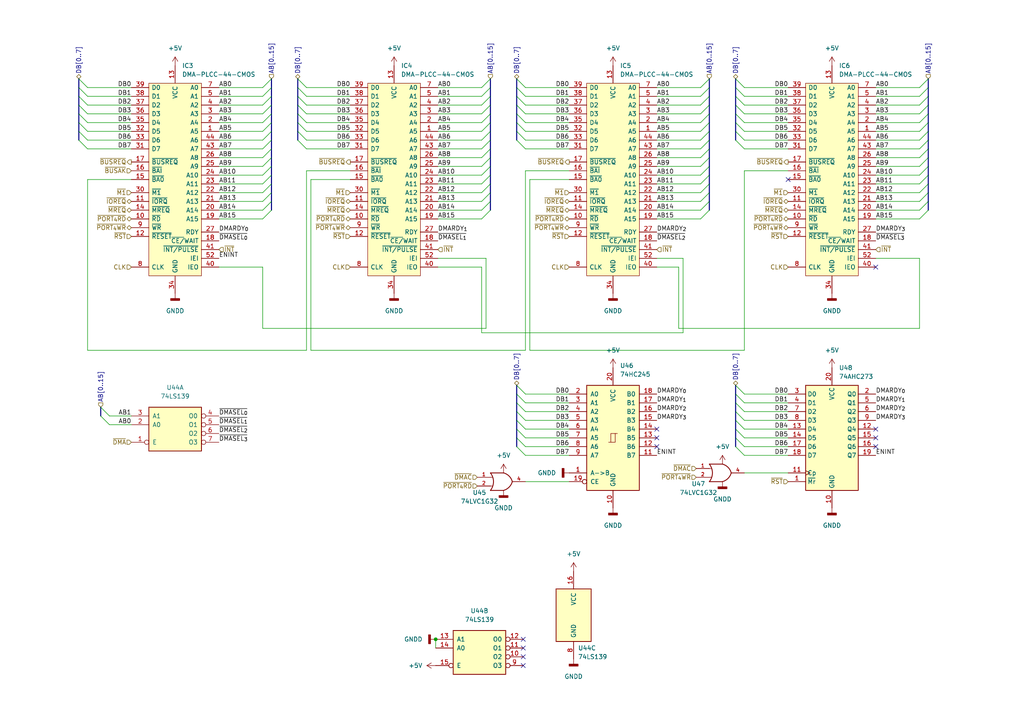
<source format=kicad_sch>
(kicad_sch (version 20211123) (generator eeschema)
  (paper "A4")
  (title_block (title "Z80 CPU INTERPOSER DMA AND DMA CONTROL") (date "2022-10-21") (rev "1030211022") (company "LISTOFOPTIONS"))
  (lib_symbols
    (symbol "74xGxx:74LVC1G32" (pin_names (offset 1.016))
      (property "Reference" "U" (at -2.54 3.81 0))
      (property "Value" "74LVC1G32" (at 0 -3.81 0))
      (symbol "74LVC1G32_0_1"
        (arc (start -3.81 -2.54) (mid -2.919 0) (end -3.81 2.54) (stroke (width 0.254)))
        (arc (start 0 -2.54) (mid 1.5993 -1.6027) (end 2.54 0) (stroke (width 0.254)))
        (polyline (pts (xy -3.81 -1.27) (xy -3.175 -1.27)))
        (polyline (pts (xy -3.81 1.27) (xy -3.175 1.27)))
        (polyline (pts (xy 0 -2.54) (xy -3.81 -2.54)) (stroke (width 0.254)) (fill (type background)))
        (polyline (pts (xy 0 2.54) (xy -3.81 2.54)) (stroke (width 0.254)) (fill (type background)))
        (arc (start 2.54 0) (mid 1.6119 1.6152) (end 0 2.54) (stroke (width 0.254)))
      )
      (symbol "74LVC1G32_1_1"
        (pin input line (at -7.62 1.27 0) (length 3.81) (name "~") (number "1"))
        (pin input line (at -7.62 -1.27 0) (length 3.81) (name "~") (number "2"))
        (pin power_in line (at 0 -2.54 270) (length 0) hide (name "GND") (number "3"))
        (pin output line (at 6.35 0 180) (length 3.81) (name "~") (number "4"))
        (pin power_in line (at 0 2.54 90) (length 0) hide (name "VCC") (number "5"))
      )
    )
    (symbol "74xx:74AHC273"
      (property "Reference" "U" (at -7.62 16.51 0))
      (property "Value" "74AHC273" (at -7.62 -16.51 0))
      (symbol "74AHC273_1_0"
        (pin input line (at -12.7 -12.7 0) (length 5.08) (name "~{Mr}") (number "1"))
        (pin power_in line (at 0 -20.32 90) (length 5.08) (name "GND") (number "10"))
        (pin input clock (at -12.7 -10.16 0) (length 5.08) (name "Cp") (number "11"))
        (pin output line (at 12.7 2.54 180) (length 5.08) (name "Q4") (number "12"))
        (pin input line (at -12.7 2.54 0) (length 5.08) (name "D4") (number "13"))
        (pin input line (at -12.7 0 0) (length 5.08) (name "D5") (number "14"))
        (pin output line (at 12.7 0 180) (length 5.08) (name "Q5") (number "15"))
        (pin output line (at 12.7 -2.54 180) (length 5.08) (name "Q6") (number "16"))
        (pin input line (at -12.7 -2.54 0) (length 5.08) (name "D6") (number "17"))
        (pin input line (at -12.7 -5.08 0) (length 5.08) (name "D7") (number "18"))
        (pin output line (at 12.7 -5.08 180) (length 5.08) (name "Q7") (number "19"))
        (pin output line (at 12.7 12.7 180) (length 5.08) (name "Q0") (number "2"))
        (pin power_in line (at 0 20.32 270) (length 5.08) (name "VCC") (number "20"))
        (pin input line (at -12.7 12.7 0) (length 5.08) (name "D0") (number "3"))
        (pin input line (at -12.7 10.16 0) (length 5.08) (name "D1") (number "4"))
        (pin output line (at 12.7 10.16 180) (length 5.08) (name "Q1") (number "5"))
        (pin output line (at 12.7 7.62 180) (length 5.08) (name "Q2") (number "6"))
        (pin input line (at -12.7 7.62 0) (length 5.08) (name "D2") (number "7"))
        (pin input line (at -12.7 5.08 0) (length 5.08) (name "D3") (number "8"))
        (pin output line (at 12.7 5.08 180) (length 5.08) (name "Q3") (number "9"))
      )
      (symbol "74AHC273_1_1"
        (rectangle (start -7.62 15.24) (end 7.62 -15.24) (stroke (width 0.254)) (fill (type background)))
      )
    )
    (symbol "74xx:74HC245" (pin_names (offset 1.016))
      (property "Reference" "U" (at -7.62 16.51 0))
      (property "Value" "74HC245" (at -7.62 -16.51 0))
      (symbol "74HC245_1_0"
        (polyline (pts (xy -0.635 -1.27) (xy -0.635 1.27) (xy 0.635 1.27)))
        (polyline (pts (xy -1.27 -1.27) (xy 0.635 -1.27) (xy 0.635 1.27) (xy 1.27 1.27)))
        (pin input line (at -12.7 -10.16 0) (length 5.08) (name "A->B") (number "1"))
        (pin power_in line (at 0 -20.32 90) (length 5.08) (name "GND") (number "10"))
        (pin tri_state line (at 12.7 -5.08 180) (length 5.08) (name "B7") (number "11"))
        (pin tri_state line (at 12.7 -2.54 180) (length 5.08) (name "B6") (number "12"))
        (pin tri_state line (at 12.7 0 180) (length 5.08) (name "B5") (number "13"))
        (pin tri_state line (at 12.7 2.54 180) (length 5.08) (name "B4") (number "14"))
        (pin tri_state line (at 12.7 5.08 180) (length 5.08) (name "B3") (number "15"))
        (pin tri_state line (at 12.7 7.62 180) (length 5.08) (name "B2") (number "16"))
        (pin tri_state line (at 12.7 10.16 180) (length 5.08) (name "B1") (number "17"))
        (pin tri_state line (at 12.7 12.7 180) (length 5.08) (name "B0") (number "18"))
        (pin input inverted (at -12.7 -12.7 0) (length 5.08) (name "CE") (number "19"))
        (pin tri_state line (at -12.7 12.7 0) (length 5.08) (name "A0") (number "2"))
        (pin power_in line (at 0 20.32 270) (length 5.08) (name "VCC") (number "20"))
        (pin tri_state line (at -12.7 10.16 0) (length 5.08) (name "A1") (number "3"))
        (pin tri_state line (at -12.7 7.62 0) (length 5.08) (name "A2") (number "4"))
        (pin tri_state line (at -12.7 5.08 0) (length 5.08) (name "A3") (number "5"))
        (pin tri_state line (at -12.7 2.54 0) (length 5.08) (name "A4") (number "6"))
        (pin tri_state line (at -12.7 0 0) (length 5.08) (name "A5") (number "7"))
        (pin tri_state line (at -12.7 -2.54 0) (length 5.08) (name "A6") (number "8"))
        (pin tri_state line (at -12.7 -5.08 0) (length 5.08) (name "A7") (number "9"))
      )
      (symbol "74HC245_1_1"
        (rectangle (start -7.62 15.24) (end 7.62 -15.24) (stroke (width 0.254)) (fill (type background)))
      )
    )
    (symbol "74xx:74LS139" (pin_names (offset 1.016))
      (property "Reference" "U" (at -7.62 8.89 0))
      (property "Value" "74LS139" (at -7.62 -8.89 0))
      (symbol "74LS139_1_0"
        (pin input inverted (at -12.7 -5.08 0) (length 5.08) (name "E") (number "1"))
        (pin input line (at -12.7 0 0) (length 5.08) (name "A0") (number "2"))
        (pin input line (at -12.7 2.54 0) (length 5.08) (name "A1") (number "3"))
        (pin output inverted (at 12.7 2.54 180) (length 5.08) (name "O0") (number "4"))
        (pin output inverted (at 12.7 0 180) (length 5.08) (name "O1") (number "5"))
        (pin output inverted (at 12.7 -2.54 180) (length 5.08) (name "O2") (number "6"))
        (pin output inverted (at 12.7 -5.08 180) (length 5.08) (name "O3") (number "7"))
      )
      (symbol "74LS139_1_1"
        (rectangle (start -7.62 5.08) (end 7.62 -7.62) (stroke (width 0.254)) (fill (type background)))
      )
      (symbol "74LS139_2_0"
        (pin output inverted (at 12.7 -2.54 180) (length 5.08) (name "O2") (number "10"))
        (pin output inverted (at 12.7 0 180) (length 5.08) (name "O1") (number "11"))
        (pin output inverted (at 12.7 2.54 180) (length 5.08) (name "O0") (number "12"))
        (pin input line (at -12.7 2.54 0) (length 5.08) (name "A1") (number "13"))
        (pin input line (at -12.7 0 0) (length 5.08) (name "A0") (number "14"))
        (pin input inverted (at -12.7 -5.08 0) (length 5.08) (name "E") (number "15"))
        (pin output inverted (at 12.7 -5.08 180) (length 5.08) (name "O3") (number "9"))
      )
      (symbol "74LS139_2_1"
        (rectangle (start -7.62 5.08) (end 7.62 -7.62) (stroke (width 0.254)) (fill (type background)))
      )
      (symbol "74LS139_3_0"
        (pin power_in line (at 0 12.7 270) (length 5.08) (name "VCC") (number "16"))
        (pin power_in line (at 0 -12.7 90) (length 5.08) (name "GND") (number "8"))
      )
      (symbol "74LS139_3_1"
        (rectangle (start -5.08 7.62) (end 5.08 -7.62) (stroke (width 0.254)) (fill (type background)))
      )
    )
    (symbol "Zilog_Z80_Peripherals:DMA-PLCC-44-CMOS" (pin_names (offset 0.762))
      (property "Reference" "IC" (at 0 1.27 0))
      (property "Value" "DMA-PLCC-44-CMOS" (at 8.89 1.27 0))
      (symbol "DMA-PLCC-44-CMOS_0_0"
        (pin input line (at -5.08 -44.45 0) (length 5.08) (name "~{RESET}") (number "12"))
        (pin no_connect line (at 7.62 -53.34 0) (length 2.54) hide (name "NC") (number "28"))
        (pin no_connect line (at 7.62 -50.8 0) (length 2.54) hide (name "NC") (number "29"))
      )
      (symbol "DMA-PLCC-44-CMOS_1_1"
        (rectangle (start 0 0) (end 15.24 -55.88) (fill (type background)))
        (pin output line (at 20.32 -13.97 180) (length 5.08) (name "A5") (number "1"))
        (pin bidirectional line (at -5.08 -39.37 0) (length 5.08) (name "~{RD}") (number "10"))
        (pin bidirectional line (at -5.08 -34.29 0) (length 5.08) (name "~{IORQ}") (number "11"))
        (pin power_in line (at 7.62 5.08 270) (length 5.08) (name "VCC") (number "13"))
        (pin bidirectional line (at -5.08 -36.83 0) (length 5.08) (name "~{MREQ}") (number "14"))
        (pin output line (at -5.08 -27.94 0) (length 5.08) (name "~{BA0}") (number "15"))
        (pin input line (at -5.08 -25.4 0) (length 5.08) (name "~{BAI}") (number "16"))
        (pin bidirectional line (at -5.08 -22.86 0) (length 5.08) (name "~{BUSREQ}") (number "17"))
        (pin input line (at 20.32 -45.72 180) (length 5.08) (name "~{CE/}WAIT") (number "18"))
        (pin output line (at 20.32 -39.37 180) (length 5.08) (name "A15") (number "19"))
        (pin output line (at 20.32 -11.43 180) (length 5.08) (name "A4") (number "2"))
        (pin output line (at 20.32 -36.83 180) (length 5.08) (name "A14") (number "20"))
        (pin output line (at 20.32 -34.29 180) (length 5.08) (name "A13") (number "21"))
        (pin output line (at 20.32 -31.75 180) (length 5.08) (name "A12") (number "22"))
        (pin output line (at 20.32 -29.21 180) (length 5.08) (name "A11") (number "23"))
        (pin output line (at 20.32 -26.67 180) (length 5.08) (name "A10") (number "24"))
        (pin output line (at 20.32 -24.13 180) (length 5.08) (name "A9") (number "25"))
        (pin output line (at 20.32 -21.59 180) (length 5.08) (name "A8") (number "26"))
        (pin input line (at 20.32 -43.18 180) (length 5.08) (name "RDY") (number "27"))
        (pin output line (at 20.32 -8.89 180) (length 5.08) (name "A3") (number "3"))
        (pin input line (at -5.08 -31.75 0) (length 5.08) (name "~{M1}") (number "30"))
        (pin bidirectional line (at -5.08 -19.05 0) (length 5.08) (name "D7") (number "31"))
        (pin bidirectional line (at -5.08 -13.97 0) (length 5.08) (name "D5") (number "32"))
        (pin bidirectional line (at -5.08 -16.51 0) (length 5.08) (name "D6") (number "33"))
        (pin power_in line (at 7.62 -60.96 90) (length 5.08) (name "GND") (number "34"))
        (pin bidirectional line (at -5.08 -11.43 0) (length 5.08) (name "D4") (number "35"))
        (pin bidirectional line (at -5.08 -8.89 0) (length 5.08) (name "D3") (number "36"))
        (pin bidirectional line (at -5.08 -6.35 0) (length 5.08) (name "D2") (number "37"))
        (pin bidirectional line (at -5.08 -3.81 0) (length 5.08) (name "D1") (number "38"))
        (pin bidirectional line (at -5.08 -1.27 0) (length 5.08) (name "D0") (number "39"))
        (pin output line (at 20.32 -6.35 180) (length 5.08) (name "A2") (number "4"))
        (pin output line (at 20.32 -53.34 180) (length 5.08) (name "IEO") (number "40"))
        (pin output line (at 20.32 -48.26 180) (length 5.08) (name "~{INT/PULSE}") (number "41"))
        (pin output line (at 20.32 -19.05 180) (length 5.08) (name "A7") (number "43"))
        (pin output line (at 20.32 -16.51 180) (length 5.08) (name "A6") (number "44"))
        (pin output line (at 20.32 -3.81 180) (length 5.08) (name "A1") (number "5"))
        (pin input line (at 20.32 -50.8 180) (length 5.08) (name "IEI") (number "52"))
        (pin output line (at 20.32 -1.27 180) (length 5.08) (name "A0") (number "7"))
        (pin input line (at -5.08 -53.34 0) (length 5.08) (name "CLK") (number "8"))
        (pin bidirectional line (at -5.08 -41.91 0) (length 5.08) (name "~{WR}") (number "9"))
      )
    )
    (symbol "power:+5V" (power) (pin_names (offset 0))
      (property "Value" "+5V" (at 0 3.556 0))
      (symbol "+5V_0_1"
        (polyline (pts (xy -0.762 1.27) (xy 0 2.54)))
        (polyline (pts (xy 0 0) (xy 0 2.54)))
        (polyline (pts (xy 0 2.54) (xy 0.762 1.27)))
      )
      (symbol "+5V_1_1"
        (pin power_in line (at 0 0 90) (length 0) hide (name "+5V") (number "1"))
      )
    )
    (symbol "power:GNDD" (power) (pin_names (offset 0))
      (property "Value" "GNDD" (at 0 -3.175 0))
      (symbol "GNDD_0_1"
        (rectangle (start -1.27 -1.524) (end 1.27 -2.032) (stroke (width 0.254)) (fill (type outline)))
        (polyline (pts (xy 0 0) (xy 0 -1.524)))
      )
      (symbol "GNDD_1_1"
        (pin power_in line (at 0 0 270) (length 0) hide (name "GNDD") (number "1"))
      )
    )
  )
  (junction (at 126.365 185.42))
  (no_connect (at 228.6 52.07))
  (no_connect (at 190.5 124.46))
  (no_connect (at 151.765 190.5))
  (no_connect (at 151.765 185.42))
  (no_connect (at 151.765 193.04))
  (no_connect (at 151.765 187.96))
  (no_connect (at 254 127))
  (no_connect (at 254 124.46))
  (no_connect (at 254 129.54))
  (no_connect (at 254 77.47))
  (no_connect (at 190.5 129.54))
  (no_connect (at 190.5 127))
  (bus_entry (at 78.74 33.02) (size -2.54 2.54))
  (bus_entry (at 142.24 38.1) (size -2.54 2.54))
  (bus_entry (at 142.24 33.02) (size -2.54 2.54))
  (bus_entry (at 213.36 114.3) (size 2.54 2.54))
  (bus_entry (at 78.74 27.94) (size -2.54 2.54))
  (bus_entry (at 22.86 30.48) (size 2.54 2.54))
  (bus_entry (at 149.86 121.92) (size 2.54 2.54))
  (bus_entry (at 213.36 111.76) (size 2.54 2.54))
  (bus_entry (at 142.24 25.4) (size -2.54 2.54))
  (bus_entry (at 269.24 25.4) (size -2.54 2.54))
  (bus_entry (at 149.86 124.46) (size 2.54 2.54))
  (bus_entry (at 149.86 40.64) (size 2.54 2.54))
  (bus_entry (at 142.24 60.96) (size -2.54 2.54))
  (bus_entry (at 205.74 30.48) (size -2.54 2.54))
  (bus_entry (at 29.21 118.11) (size 2.54 2.54))
  (bus_entry (at 22.86 38.1) (size 2.54 2.54))
  (bus_entry (at 86.36 40.64) (size 2.54 2.54))
  (bus_entry (at 149.86 114.3) (size 2.54 2.54))
  (bus_entry (at 205.74 50.8) (size -2.54 2.54))
  (bus_entry (at 269.24 53.34) (size -2.54 2.54))
  (bus_entry (at 213.36 127) (size 2.54 2.54))
  (bus_entry (at 142.24 58.42) (size -2.54 2.54))
  (bus_entry (at 213.36 33.02) (size 2.54 2.54))
  (bus_entry (at 213.36 124.46) (size 2.54 2.54))
  (bus_entry (at 149.86 35.56) (size 2.54 2.54))
  (bus_entry (at 86.36 35.56) (size 2.54 2.54))
  (bus_entry (at 78.74 55.88) (size -2.54 2.54))
  (bus_entry (at 149.86 38.1) (size 2.54 2.54))
  (bus_entry (at 86.36 22.86) (size 2.54 2.54))
  (bus_entry (at 149.86 129.54) (size 2.54 2.54))
  (bus_entry (at 78.74 45.72) (size -2.54 2.54))
  (bus_entry (at 78.74 35.56) (size -2.54 2.54))
  (bus_entry (at 86.36 33.02) (size 2.54 2.54))
  (bus_entry (at 269.24 33.02) (size -2.54 2.54))
  (bus_entry (at 269.24 60.96) (size -2.54 2.54))
  (bus_entry (at 205.74 40.64) (size -2.54 2.54))
  (bus_entry (at 205.74 60.96) (size -2.54 2.54))
  (bus_entry (at 78.74 22.86) (size -2.54 2.54))
  (bus_entry (at 205.74 38.1) (size -2.54 2.54))
  (bus_entry (at 149.86 116.84) (size 2.54 2.54))
  (bus_entry (at 149.86 119.38) (size 2.54 2.54))
  (bus_entry (at 78.74 43.18) (size -2.54 2.54))
  (bus_entry (at 142.24 40.64) (size -2.54 2.54))
  (bus_entry (at 269.24 58.42) (size -2.54 2.54))
  (bus_entry (at 78.74 40.64) (size -2.54 2.54))
  (bus_entry (at 269.24 50.8) (size -2.54 2.54))
  (bus_entry (at 22.86 35.56) (size 2.54 2.54))
  (bus_entry (at 22.86 40.64) (size 2.54 2.54))
  (bus_entry (at 269.24 45.72) (size -2.54 2.54))
  (bus_entry (at 78.74 38.1) (size -2.54 2.54))
  (bus_entry (at 269.24 38.1) (size -2.54 2.54))
  (bus_entry (at 269.24 22.86) (size -2.54 2.54))
  (bus_entry (at 205.74 35.56) (size -2.54 2.54))
  (bus_entry (at 205.74 58.42) (size -2.54 2.54))
  (bus_entry (at 213.36 119.38) (size 2.54 2.54))
  (bus_entry (at 142.24 50.8) (size -2.54 2.54))
  (bus_entry (at 142.24 30.48) (size -2.54 2.54))
  (bus_entry (at 213.36 121.92) (size 2.54 2.54))
  (bus_entry (at 86.36 30.48) (size 2.54 2.54))
  (bus_entry (at 86.36 27.94) (size 2.54 2.54))
  (bus_entry (at 78.74 30.48) (size -2.54 2.54))
  (bus_entry (at 149.86 111.76) (size 2.54 2.54))
  (bus_entry (at 213.36 35.56) (size 2.54 2.54))
  (bus_entry (at 213.36 116.84) (size 2.54 2.54))
  (bus_entry (at 269.24 30.48) (size -2.54 2.54))
  (bus_entry (at 213.36 40.64) (size 2.54 2.54))
  (bus_entry (at 205.74 27.94) (size -2.54 2.54))
  (bus_entry (at 142.24 35.56) (size -2.54 2.54))
  (bus_entry (at 269.24 40.64) (size -2.54 2.54))
  (bus_entry (at 22.86 22.86) (size 2.54 2.54))
  (bus_entry (at 78.74 25.4) (size -2.54 2.54))
  (bus_entry (at 213.36 25.4) (size 2.54 2.54))
  (bus_entry (at 142.24 43.18) (size -2.54 2.54))
  (bus_entry (at 205.74 55.88) (size -2.54 2.54))
  (bus_entry (at 22.86 25.4) (size 2.54 2.54))
  (bus_entry (at 269.24 48.26) (size -2.54 2.54))
  (bus_entry (at 205.74 48.26) (size -2.54 2.54))
  (bus_entry (at 149.86 22.86) (size 2.54 2.54))
  (bus_entry (at 142.24 48.26) (size -2.54 2.54))
  (bus_entry (at 213.36 27.94) (size 2.54 2.54))
  (bus_entry (at 29.21 120.65) (size 2.54 2.54))
  (bus_entry (at 213.36 38.1) (size 2.54 2.54))
  (bus_entry (at 78.74 50.8) (size -2.54 2.54))
  (bus_entry (at 149.86 27.94) (size 2.54 2.54))
  (bus_entry (at 213.36 129.54) (size 2.54 2.54))
  (bus_entry (at 149.86 33.02) (size 2.54 2.54))
  (bus_entry (at 205.74 22.86) (size -2.54 2.54))
  (bus_entry (at 205.74 45.72) (size -2.54 2.54))
  (bus_entry (at 205.74 43.18) (size -2.54 2.54))
  (bus_entry (at 269.24 27.94) (size -2.54 2.54))
  (bus_entry (at 205.74 53.34) (size -2.54 2.54))
  (bus_entry (at 78.74 53.34) (size -2.54 2.54))
  (bus_entry (at 269.24 43.18) (size -2.54 2.54))
  (bus_entry (at 22.86 27.94) (size 2.54 2.54))
  (bus_entry (at 78.74 48.26) (size -2.54 2.54))
  (bus_entry (at 142.24 45.72) (size -2.54 2.54))
  (bus_entry (at 213.36 30.48) (size 2.54 2.54))
  (bus_entry (at 142.24 53.34) (size -2.54 2.54))
  (bus_entry (at 269.24 55.88) (size -2.54 2.54))
  (bus_entry (at 142.24 55.88) (size -2.54 2.54))
  (bus_entry (at 86.36 38.1) (size 2.54 2.54))
  (bus_entry (at 213.36 22.86) (size 2.54 2.54))
  (bus_entry (at 149.86 127) (size 2.54 2.54))
  (bus_entry (at 269.24 35.56) (size -2.54 2.54))
  (bus_entry (at 149.86 30.48) (size 2.54 2.54))
  (bus_entry (at 142.24 22.86) (size -2.54 2.54))
  (bus_entry (at 142.24 27.94) (size -2.54 2.54))
  (bus_entry (at 22.86 33.02) (size 2.54 2.54))
  (bus_entry (at 205.74 33.02) (size -2.54 2.54))
  (bus_entry (at 149.86 25.4) (size 2.54 2.54))
  (bus_entry (at 86.36 25.4) (size 2.54 2.54))
  (bus_entry (at 78.74 58.42) (size -2.54 2.54))
  (bus_entry (at 78.74 60.96) (size -2.54 2.54))
  (bus_entry (at 205.74 25.4) (size -2.54 2.54))
  (bus (pts (xy 205.74 43.18) (xy 205.74 45.72)))
  (bus (pts (xy 86.36 22.86) (xy 86.36 25.4)))
  (bus (pts (xy 78.74 35.56) (xy 78.74 38.1)))
  (wire (pts (xy 25.4 27.94) (xy 38.1 27.94)))
  (wire (pts (xy 88.9 101.6) (xy 88.9 49.53)))
  (wire (pts (xy 215.9 38.1) (xy 228.6 38.1)))
  (bus (pts (xy 22.86 35.56) (xy 22.86 38.1)))
  (wire (pts (xy 152.4 27.94) (xy 165.1 27.94)))
  (bus (pts (xy 86.36 25.4) (xy 86.36 27.94)))
  (bus (pts (xy 269.24 30.48) (xy 269.24 33.02)))
  (bus (pts (xy 205.74 33.02) (xy 205.74 35.56)))
  (wire (pts (xy 203.2 58.42) (xy 190.5 58.42)))
  (bus (pts (xy 213.36 22.86) (xy 213.36 25.4)))
  (bus (pts (xy 205.74 55.88) (xy 205.74 58.42)))
  (bus (pts (xy 149.86 27.94) (xy 149.86 30.48)))
  (bus (pts (xy 269.24 40.64) (xy 269.24 43.18)))
  (bus (pts (xy 149.86 22.86) (xy 149.86 25.4)))
  (bus (pts (xy 142.24 38.1) (xy 142.24 40.64)))
  (wire (pts (xy 203.2 35.56) (xy 190.5 35.56)))
  (bus (pts (xy 86.36 30.48) (xy 86.36 33.02)))
  (wire (pts (xy 25.4 43.18) (xy 38.1 43.18)))
  (wire (pts (xy 266.7 58.42) (xy 254 58.42)))
  (wire (pts (xy 76.2 55.88) (xy 63.5 55.88)))
  (wire (pts (xy 215.9 116.84) (xy 228.6 116.84)))
  (wire (pts (xy 139.7 63.5) (xy 127 63.5)))
  (wire (pts (xy 215.9 129.54) (xy 228.6 129.54)))
  (bus (pts (xy 213.36 121.92) (xy 213.36 124.46)))
  (wire (pts (xy 266.7 74.93) (xy 254 74.93)))
  (bus (pts (xy 78.74 45.72) (xy 78.74 48.26)))
  (bus (pts (xy 142.24 30.48) (xy 142.24 33.02)))
  (bus (pts (xy 22.86 22.86) (xy 22.86 25.4)))
  (bus (pts (xy 142.24 45.72) (xy 142.24 48.26)))
  (bus (pts (xy 78.74 30.48) (xy 78.74 33.02)))
  (wire (pts (xy 203.2 50.8) (xy 190.5 50.8)))
  (wire (pts (xy 215.9 35.56) (xy 228.6 35.56)))
  (bus (pts (xy 213.36 30.48) (xy 213.36 33.02)))
  (wire (pts (xy 140.97 95.25) (xy 140.97 74.93)))
  (wire (pts (xy 31.75 120.65) (xy 38.1 120.65)))
  (wire (pts (xy 215.9 30.48) (xy 228.6 30.48)))
  (bus (pts (xy 205.74 48.26) (xy 205.74 50.8)))
  (bus (pts (xy 269.24 22.86) (xy 269.24 25.4)))
  (bus (pts (xy 269.24 33.02) (xy 269.24 35.56)))
  (wire (pts (xy 76.2 48.26) (xy 63.5 48.26)))
  (wire (pts (xy 139.7 25.4) (xy 127 25.4)))
  (wire (pts (xy 215.9 27.94) (xy 228.6 27.94)))
  (wire (pts (xy 90.17 101.6) (xy 152.4 101.6)))
  (bus (pts (xy 269.24 27.94) (xy 269.24 30.48)))
  (wire (pts (xy 139.7 30.48) (xy 127 30.48)))
  (wire (pts (xy 25.4 33.02) (xy 38.1 33.02)))
  (bus (pts (xy 205.74 27.94) (xy 205.74 30.48)))
  (bus (pts (xy 149.86 35.56) (xy 149.86 38.1)))
  (bus (pts (xy 269.24 53.34) (xy 269.24 55.88)))
  (wire (pts (xy 203.2 45.72) (xy 190.5 45.72)))
  (wire (pts (xy 215.9 101.6) (xy 215.9 49.53)))
  (wire (pts (xy 203.2 33.02) (xy 190.5 33.02)))
  (bus (pts (xy 86.36 27.94) (xy 86.36 30.48)))
  (wire (pts (xy 31.75 123.19) (xy 38.1 123.19)))
  (wire (pts (xy 203.2 30.48) (xy 190.5 30.48)))
  (wire (pts (xy 139.7 48.26) (xy 127 48.26)))
  (bus (pts (xy 78.74 53.34) (xy 78.74 55.88)))
  (bus (pts (xy 22.86 33.02) (xy 22.86 35.56)))
  (bus (pts (xy 22.86 38.1) (xy 22.86 40.64)))
  (wire (pts (xy 76.2 38.1) (xy 63.5 38.1)))
  (bus (pts (xy 213.36 116.84) (xy 213.36 119.38)))
  (bus (pts (xy 78.74 25.4) (xy 78.74 27.94)))
  (bus (pts (xy 29.21 118.11) (xy 29.21 120.65)))
  (wire (pts (xy 203.2 55.88) (xy 190.5 55.88)))
  (wire (pts (xy 198.12 74.93) (xy 190.5 74.93)))
  (bus (pts (xy 205.74 53.34) (xy 205.74 55.88)))
  (wire (pts (xy 203.2 53.34) (xy 190.5 53.34)))
  (bus (pts (xy 213.36 114.3) (xy 213.36 116.84)))
  (wire (pts (xy 266.7 30.48) (xy 254 30.48)))
  (bus (pts (xy 142.24 55.88) (xy 142.24 58.42)))
  (wire (pts (xy 63.5 77.47) (xy 76.2 77.47)))
  (wire (pts (xy 152.4 33.02) (xy 165.1 33.02)))
  (wire (pts (xy 139.7 53.34) (xy 127 53.34)))
  (wire (pts (xy 152.4 25.4) (xy 165.1 25.4)))
  (bus (pts (xy 22.86 25.4) (xy 22.86 27.94)))
  (bus (pts (xy 78.74 33.02) (xy 78.74 35.56)))
  (bus (pts (xy 149.86 33.02) (xy 149.86 35.56)))
  (wire (pts (xy 139.7 35.56) (xy 127 35.56)))
  (wire (pts (xy 76.2 43.18) (xy 63.5 43.18)))
  (wire (pts (xy 215.9 114.3) (xy 228.6 114.3)))
  (wire (pts (xy 76.2 58.42) (xy 63.5 58.42)))
  (wire (pts (xy 196.85 77.47) (xy 196.85 95.25)))
  (wire (pts (xy 25.4 40.64) (xy 38.1 40.64)))
  (wire (pts (xy 203.2 60.96) (xy 190.5 60.96)))
  (wire (pts (xy 139.7 40.64) (xy 127 40.64)))
  (wire (pts (xy 215.9 33.02) (xy 228.6 33.02)))
  (wire (pts (xy 152.4 124.46) (xy 165.1 124.46)))
  (bus (pts (xy 149.86 121.92) (xy 149.86 124.46)))
  (wire (pts (xy 152.4 139.7) (xy 165.1 139.7)))
  (bus (pts (xy 78.74 50.8) (xy 78.74 53.34)))
  (wire (pts (xy 203.2 63.5) (xy 190.5 63.5)))
  (bus (pts (xy 78.74 43.18) (xy 78.74 45.72)))
  (wire (pts (xy 139.7 55.88) (xy 127 55.88)))
  (bus (pts (xy 149.86 116.84) (xy 149.86 119.38)))
  (wire (pts (xy 139.7 77.47) (xy 139.7 96.52)))
  (wire (pts (xy 139.7 50.8) (xy 127 50.8)))
  (wire (pts (xy 215.9 25.4) (xy 228.6 25.4)))
  (wire (pts (xy 90.17 52.07) (xy 90.17 101.6)))
  (wire (pts (xy 88.9 35.56) (xy 101.6 35.56)))
  (wire (pts (xy 203.2 38.1) (xy 190.5 38.1)))
  (wire (pts (xy 88.9 27.94) (xy 101.6 27.94)))
  (bus (pts (xy 149.86 124.46) (xy 149.86 127)))
  (bus (pts (xy 142.24 50.8) (xy 142.24 53.34)))
  (wire (pts (xy 88.9 25.4) (xy 101.6 25.4)))
  (wire (pts (xy 76.2 33.02) (xy 63.5 33.02)))
  (bus (pts (xy 142.24 22.86) (xy 142.24 25.4)))
  (bus (pts (xy 269.24 55.88) (xy 269.24 58.42)))
  (wire (pts (xy 153.67 52.07) (xy 153.67 101.6)))
  (bus (pts (xy 269.24 43.18) (xy 269.24 45.72)))
  (bus (pts (xy 269.24 35.56) (xy 269.24 38.1)))
  (wire (pts (xy 152.4 35.56) (xy 165.1 35.56)))
  (wire (pts (xy 152.4 114.3) (xy 165.1 114.3)))
  (wire (pts (xy 152.4 40.64) (xy 165.1 40.64)))
  (bus (pts (xy 78.74 58.42) (xy 78.74 60.96)))
  (bus (pts (xy 78.74 40.64) (xy 78.74 43.18)))
  (bus (pts (xy 213.36 25.4) (xy 213.36 27.94)))
  (bus (pts (xy 149.86 38.1) (xy 149.86 40.64)))
  (wire (pts (xy 88.9 30.48) (xy 101.6 30.48)))
  (wire (pts (xy 76.2 35.56) (xy 63.5 35.56)))
  (bus (pts (xy 149.86 119.38) (xy 149.86 121.92)))
  (bus (pts (xy 205.74 50.8) (xy 205.74 53.34)))
  (wire (pts (xy 76.2 27.94) (xy 63.5 27.94)))
  (wire (pts (xy 152.4 30.48) (xy 165.1 30.48)))
  (wire (pts (xy 139.7 45.72) (xy 127 45.72)))
  (wire (pts (xy 266.7 63.5) (xy 254 63.5)))
  (bus (pts (xy 213.36 111.76) (xy 213.36 114.3)))
  (wire (pts (xy 101.6 52.07) (xy 90.17 52.07)))
  (wire (pts (xy 266.7 33.02) (xy 254 33.02)))
  (bus (pts (xy 213.36 124.46) (xy 213.36 127)))
  (wire (pts (xy 88.9 49.53) (xy 101.6 49.53)))
  (wire (pts (xy 88.9 43.18) (xy 101.6 43.18)))
  (bus (pts (xy 142.24 33.02) (xy 142.24 35.56)))
  (wire (pts (xy 266.7 95.25) (xy 266.7 74.93)))
  (bus (pts (xy 205.74 25.4) (xy 205.74 27.94)))
  (wire (pts (xy 266.7 38.1) (xy 254 38.1)))
  (wire (pts (xy 25.4 25.4) (xy 38.1 25.4)))
  (bus (pts (xy 205.74 45.72) (xy 205.74 48.26)))
  (wire (pts (xy 76.2 45.72) (xy 63.5 45.72)))
  (wire (pts (xy 266.7 35.56) (xy 254 35.56)))
  (bus (pts (xy 142.24 53.34) (xy 142.24 55.88)))
  (bus (pts (xy 22.86 30.48) (xy 22.86 33.02)))
  (wire (pts (xy 152.4 127) (xy 165.1 127)))
  (wire (pts (xy 25.4 101.6) (xy 88.9 101.6)))
  (bus (pts (xy 213.36 35.56) (xy 213.36 38.1)))
  (wire (pts (xy 76.2 95.25) (xy 140.97 95.25)))
  (wire (pts (xy 25.4 30.48) (xy 38.1 30.48)))
  (wire (pts (xy 266.7 50.8) (xy 254 50.8)))
  (bus (pts (xy 149.86 25.4) (xy 149.86 27.94)))
  (wire (pts (xy 203.2 48.26) (xy 190.5 48.26)))
  (bus (pts (xy 22.86 27.94) (xy 22.86 30.48)))
  (bus (pts (xy 213.36 127) (xy 213.36 129.54)))
  (wire (pts (xy 76.2 40.64) (xy 63.5 40.64)))
  (bus (pts (xy 205.74 38.1) (xy 205.74 40.64)))
  (wire (pts (xy 152.4 43.18) (xy 165.1 43.18)))
  (wire (pts (xy 203.2 27.94) (xy 190.5 27.94)))
  (wire (pts (xy 76.2 53.34) (xy 63.5 53.34)))
  (wire (pts (xy 140.97 74.93) (xy 127 74.93)))
  (bus (pts (xy 269.24 58.42) (xy 269.24 60.96)))
  (bus (pts (xy 78.74 27.94) (xy 78.74 30.48)))
  (wire (pts (xy 152.4 119.38) (xy 165.1 119.38)))
  (wire (pts (xy 215.9 127) (xy 228.6 127)))
  (wire (pts (xy 266.7 27.94) (xy 254 27.94)))
  (wire (pts (xy 152.4 38.1) (xy 165.1 38.1)))
  (wire (pts (xy 139.7 58.42) (xy 127 58.42)))
  (wire (pts (xy 88.9 38.1) (xy 101.6 38.1)))
  (bus (pts (xy 78.74 55.88) (xy 78.74 58.42)))
  (wire (pts (xy 266.7 53.34) (xy 254 53.34)))
  (wire (pts (xy 215.9 124.46) (xy 228.6 124.46)))
  (wire (pts (xy 88.9 33.02) (xy 101.6 33.02)))
  (bus (pts (xy 269.24 45.72) (xy 269.24 48.26)))
  (wire (pts (xy 198.12 96.52) (xy 198.12 74.93)))
  (wire (pts (xy 76.2 25.4) (xy 63.5 25.4)))
  (bus (pts (xy 149.86 127) (xy 149.86 129.54)))
  (bus (pts (xy 142.24 40.64) (xy 142.24 43.18)))
  (bus (pts (xy 205.74 22.86) (xy 205.74 25.4)))
  (wire (pts (xy 139.7 96.52) (xy 198.12 96.52)))
  (wire (pts (xy 38.1 52.07) (xy 25.4 52.07)))
  (wire (pts (xy 215.9 137.16) (xy 228.6 137.16)))
  (wire (pts (xy 266.7 45.72) (xy 254 45.72)))
  (wire (pts (xy 152.4 49.53) (xy 165.1 49.53)))
  (bus (pts (xy 205.74 58.42) (xy 205.74 60.96)))
  (bus (pts (xy 142.24 25.4) (xy 142.24 27.94)))
  (wire (pts (xy 215.9 49.53) (xy 228.6 49.53)))
  (bus (pts (xy 142.24 48.26) (xy 142.24 50.8)))
  (wire (pts (xy 190.5 77.47) (xy 196.85 77.47)))
  (wire (pts (xy 203.2 43.18) (xy 190.5 43.18)))
  (wire (pts (xy 266.7 25.4) (xy 254 25.4)))
  (bus (pts (xy 213.36 119.38) (xy 213.36 121.92)))
  (bus (pts (xy 149.86 30.48) (xy 149.86 33.02)))
  (bus (pts (xy 269.24 25.4) (xy 269.24 27.94)))
  (wire (pts (xy 203.2 40.64) (xy 190.5 40.64)))
  (wire (pts (xy 266.7 43.18) (xy 254 43.18)))
  (wire (pts (xy 139.7 38.1) (xy 127 38.1)))
  (bus (pts (xy 142.24 58.42) (xy 142.24 60.96)))
  (wire (pts (xy 76.2 77.47) (xy 76.2 95.25)))
  (wire (pts (xy 76.2 50.8) (xy 63.5 50.8)))
  (wire (pts (xy 165.1 52.07) (xy 153.67 52.07)))
  (wire (pts (xy 215.9 121.92) (xy 228.6 121.92)))
  (bus (pts (xy 213.36 33.02) (xy 213.36 35.56)))
  (bus (pts (xy 269.24 48.26) (xy 269.24 50.8)))
  (wire (pts (xy 153.67 101.6) (xy 215.9 101.6)))
  (wire (pts (xy 139.7 60.96) (xy 127 60.96)))
  (bus (pts (xy 205.74 35.56) (xy 205.74 38.1)))
  (wire (pts (xy 25.4 35.56) (xy 38.1 35.56)))
  (wire (pts (xy 266.7 40.64) (xy 254 40.64)))
  (wire (pts (xy 25.4 38.1) (xy 38.1 38.1)))
  (wire (pts (xy 215.9 132.08) (xy 228.6 132.08)))
  (wire (pts (xy 266.7 55.88) (xy 254 55.88)))
  (wire (pts (xy 215.9 119.38) (xy 228.6 119.38)))
  (bus (pts (xy 78.74 38.1) (xy 78.74 40.64)))
  (bus (pts (xy 213.36 27.94) (xy 213.36 30.48)))
  (bus (pts (xy 86.36 38.1) (xy 86.36 40.64)))
  (bus (pts (xy 269.24 50.8) (xy 269.24 53.34)))
  (wire (pts (xy 152.4 101.6) (xy 152.4 49.53)))
  (bus (pts (xy 86.36 35.56) (xy 86.36 38.1)))
  (bus (pts (xy 142.24 35.56) (xy 142.24 38.1)))
  (bus (pts (xy 205.74 30.48) (xy 205.74 33.02)))
  (bus (pts (xy 86.36 33.02) (xy 86.36 35.56)))
  (bus (pts (xy 269.24 38.1) (xy 269.24 40.64)))
  (wire (pts (xy 266.7 48.26) (xy 254 48.26)))
  (wire (pts (xy 203.2 25.4) (xy 190.5 25.4)))
  (wire (pts (xy 139.7 33.02) (xy 127 33.02)))
  (wire (pts (xy 139.7 43.18) (xy 127 43.18)))
  (wire (pts (xy 152.4 129.54) (xy 165.1 129.54)))
  (bus (pts (xy 149.86 114.3) (xy 149.86 116.84)))
  (wire (pts (xy 126.365 185.42) (xy 126.365 187.96)))
  (bus (pts (xy 213.36 38.1) (xy 213.36 40.64)))
  (wire (pts (xy 88.9 40.64) (xy 101.6 40.64)))
  (wire (pts (xy 25.4 52.07) (xy 25.4 101.6)))
  (bus (pts (xy 78.74 48.26) (xy 78.74 50.8)))
  (bus (pts (xy 78.74 22.86) (xy 78.74 25.4)))
  (wire (pts (xy 76.2 60.96) (xy 63.5 60.96)))
  (wire (pts (xy 215.9 43.18) (xy 228.6 43.18)))
  (wire (pts (xy 196.85 95.25) (xy 266.7 95.25)))
  (bus (pts (xy 142.24 27.94) (xy 142.24 30.48)))
  (wire (pts (xy 215.9 40.64) (xy 228.6 40.64)))
  (wire (pts (xy 152.4 132.08) (xy 165.1 132.08)))
  (wire (pts (xy 76.2 30.48) (xy 63.5 30.48)))
  (bus (pts (xy 149.86 111.76) (xy 149.86 114.3)))
  (bus (pts (xy 205.74 40.64) (xy 205.74 43.18)))
  (wire (pts (xy 127 77.47) (xy 139.7 77.47)))
  (wire (pts (xy 152.4 116.84) (xy 165.1 116.84)))
  (wire (pts (xy 152.4 121.92) (xy 165.1 121.92)))
  (wire (pts (xy 76.2 63.5) (xy 63.5 63.5)))
  (wire (pts (xy 139.7 27.94) (xy 127 27.94)))
  (bus (pts (xy 142.24 43.18) (xy 142.24 45.72)))
  (wire (pts (xy 266.7 60.96) (xy 254 60.96)))
  (label "AB1" (at 190.5 27.94 0))
  (label "DMARDY_{2}" (at 190.5 119.38 0))
  (label "AB4" (at 63.5 35.56 0))
  (label "DB2" (at 165.1 30.48 180))
  (label "DB5" (at 38.1 38.1 180))
  (label "DB2" (at 101.6 30.48 180))
  (label "AB5" (at 127 38.1 0))
  (label "DB5" (at 165.1 127 180))
  (label "AB2" (at 190.5 30.48 0))
  (label "DB5" (at 228.6 127 180))
  (label "AB11" (at 190.5 53.34 0))
  (label "AB10" (at 254 50.8 0))
  (label "AB7" (at 63.5 43.18 0))
  (label "AB1" (at 254 27.94 0))
  (label "DB2" (at 228.6 119.38 180))
  (label "DB5" (at 228.6 38.1 180))
  (label "DB0" (at 38.1 25.4 180))
  (label "DB7" (at 38.1 43.18 180))
  (label "~{DMASEL_{3}}" (at 63.5 128.27 0))
  (label "AB5" (at 63.5 38.1 0))
  (label "DB1" (at 101.6 27.94 180))
  (label "DB0" (at 101.6 25.4 180))
  (label "~{DMASEL_{2}}" (at 190.5 69.85 0))
  (label "DB7" (at 101.6 43.18 180))
  (label "AB3" (at 127 33.02 0))
  (label "AB2" (at 127 30.48 0))
  (label "AB10" (at 190.5 50.8 0))
  (label "AB9" (at 127 48.26 0))
  (label "DB0" (at 228.6 114.3 180))
  (label "DB4" (at 165.1 35.56 180))
  (label "DB0" (at 165.1 114.3 180))
  (label "AB5" (at 254 38.1 0))
  (label "AB13" (at 63.5 58.42 0))
  (label "DB0" (at 228.6 25.4 180))
  (label "AB14" (at 190.5 60.96 0))
  (label "DMARDY_{3}" (at 190.5 121.92 0))
  (label "AB8" (at 190.5 45.72 0))
  (label "DB7" (at 165.1 43.18 180))
  (label "DB3" (at 165.1 33.02 180))
  (label "AB15" (at 190.5 63.5 0))
  (label "DB3" (at 228.6 121.92 180))
  (label "AB8" (at 63.5 45.72 0))
  (label "AB11" (at 254 53.34 0))
  (label "DB1" (at 228.6 116.84 180))
  (label "ENINT" (at 254 132.08 0))
  (label "AB14" (at 63.5 60.96 0))
  (label "AB6" (at 190.5 40.64 0))
  (label "DB1" (at 228.6 27.94 180))
  (label "DMARDY_{0}" (at 63.5 67.31 0))
  (label "AB13" (at 254 58.42 0))
  (label "AB0" (at 190.5 25.4 0))
  (label "DB1" (at 165.1 27.94 180))
  (label "~{DMASEL_{1}}" (at 127 69.85 0))
  (label "DB5" (at 165.1 38.1 180))
  (label "AB7" (at 254 43.18 0))
  (label "AB8" (at 127 45.72 0))
  (label "AB2" (at 254 30.48 0))
  (label "DMARDY_{1}" (at 254 116.84 0))
  (label "AB2" (at 63.5 30.48 0))
  (label "DB1" (at 38.1 27.94 180))
  (label "AB1" (at 63.5 27.94 0))
  (label "AB11" (at 127 53.34 0))
  (label "DB2" (at 228.6 30.48 180))
  (label "AB4" (at 190.5 35.56 0))
  (label "AB6" (at 63.5 40.64 0))
  (label "AB0" (at 38.1 123.19 180))
  (label "AB3" (at 190.5 33.02 0))
  (label "AB9" (at 63.5 48.26 0))
  (label "AB6" (at 127 40.64 0))
  (label "~{DMASEL_{2}}" (at 63.5 125.73 0))
  (label "AB12" (at 127 55.88 0))
  (label "AB7" (at 190.5 43.18 0))
  (label "DMARDY_{3}" (at 254 67.31 0))
  (label "ENINT" (at 63.5 74.93 0))
  (label "AB12" (at 63.5 55.88 0))
  (label "DB4" (at 38.1 35.56 180))
  (label "AB12" (at 190.5 55.88 0))
  (label "DMARDY_{1}" (at 127 67.31 0))
  (label "AB10" (at 63.5 50.8 0))
  (label "AB13" (at 190.5 58.42 0))
  (label "AB11" (at 63.5 53.34 0))
  (label "AB5" (at 190.5 38.1 0))
  (label "~{DMASEL_{0}}" (at 63.5 69.85 0))
  (label "DB6" (at 165.1 129.54 180))
  (label "AB14" (at 254 60.96 0))
  (label "DB3" (at 228.6 33.02 180))
  (label "AB3" (at 63.5 33.02 0))
  (label "AB14" (at 127 60.96 0))
  (label "AB4" (at 254 35.56 0))
  (label "AB1" (at 127 27.94 0))
  (label "AB9" (at 190.5 48.26 0))
  (label "AB4" (at 127 35.56 0))
  (label "DB6" (at 165.1 40.64 180))
  (label "DB0" (at 165.1 25.4 180))
  (label "ENINT" (at 190.5 132.08 0))
  (label "DB4" (at 101.6 35.56 180))
  (label "DB3" (at 38.1 33.02 180))
  (label "AB15" (at 63.5 63.5 0))
  (label "DMARDY_{2}" (at 190.5 67.31 0))
  (label "~{DMASEL_{0}}" (at 63.5 120.65 0))
  (label "DB6" (at 228.6 129.54 180))
  (label "DB3" (at 165.1 121.92 180))
  (label "DMARDY_{0}" (at 190.5 114.3 0))
  (label "DMARDY_{1}" (at 190.5 116.84 0))
  (label "DB7" (at 228.6 43.18 180))
  (label "AB15" (at 254 63.5 0))
  (label "AB15" (at 127 63.5 0))
  (label "AB0" (at 254 25.4 0))
  (label "DB1" (at 165.1 116.84 180))
  (label "AB10" (at 127 50.8 0))
  (label "DMARDY_{0}" (at 254 114.3 0))
  (label "DB2" (at 165.1 119.38 180))
  (label "DB4" (at 165.1 124.46 180))
  (label "DB6" (at 38.1 40.64 180))
  (label "DMARDY_{2}" (at 254 119.38 0))
  (label "DB2" (at 38.1 30.48 180))
  (label "AB9" (at 254 48.26 0))
  (label "DB4" (at 228.6 35.56 180))
  (label "AB1" (at 38.1 120.65 180))
  (label "DMARDY_{3}" (at 254 121.92 0))
  (label "AB0" (at 63.5 25.4 0))
  (label "DB6" (at 101.6 40.64 180))
  (label "AB0" (at 127 25.4 0))
  (label "DB7" (at 165.1 132.08 180))
  (label "AB3" (at 254 33.02 0))
  (label "AB6" (at 254 40.64 0))
  (label "DB6" (at 228.6 40.64 180))
  (label "AB8" (at 254 45.72 0))
  (label "AB13" (at 127 58.42 0))
  (label "DB5" (at 101.6 38.1 180))
  (label "AB7" (at 127 43.18 0))
  (label "~{DMASEL_{1}}" (at 63.5 123.19 0))
  (label "DB3" (at 101.6 33.02 180))
  (label "~{DMASEL_{3}}" (at 254 69.85 0))
  (label "DB4" (at 228.6 124.46 180))
  (label "AB12" (at 254 55.88 0))
  (label "DB7" (at 228.6 132.08 180))
  (hierarchical_label "~{PORT_{4}WR}" (shape bidirectional) (at 165.1 66.04 180))
  (hierarchical_label "~{PORT_{4}WR}" (shape bidirectional) (at 101.6 66.04 180))
  (hierarchical_label "~{PORT_{4}RD}" (shape input) (at 138.43 140.97 180))
  (hierarchical_label "~{IOREQ}" (shape bidirectional) (at 228.6 58.42 180))
  (hierarchical_label "CLK" (shape input) (at 228.6 77.47 180))
  (hierarchical_label "~{INT}" (shape input) (at 254 72.39 0))
  (hierarchical_label "~{MREQ}" (shape bidirectional) (at 165.1 60.96 180))
  (hierarchical_label "~{RST}" (shape input) (at 165.1 68.58 180))
  (hierarchical_label "DB[0..7]" (shape bidirectional) (at 149.86 22.86 90))
  (hierarchical_label "DB[0..7]" (shape bidirectional) (at 213.36 22.86 90))
  (hierarchical_label "~{IOREQ}" (shape bidirectional) (at 101.6 58.42 180))
  (hierarchical_label "AB[0..15]" (shape input) (at 78.74 22.86 90))
  (hierarchical_label "~{BUSREQ}" (shape output) (at 228.6 46.99 180))
  (hierarchical_label "~{RST}" (shape input) (at 101.6 68.58 180))
  (hierarchical_label "~{DMA}" (shape input) (at 38.1 128.27 180))
  (hierarchical_label "CLK" (shape input) (at 38.1 77.47 180))
  (hierarchical_label "~{INT}" (shape input) (at 63.5 72.39 0))
  (hierarchical_label "~{BUSREQ}" (shape output) (at 101.6 46.99 180))
  (hierarchical_label "AB[0..15]" (shape input) (at 142.24 22.86 90))
  (hierarchical_label "~{M1}" (shape input) (at 38.1 55.88 180))
  (hierarchical_label "~{RST}" (shape input) (at 228.6 139.7 180))
  (hierarchical_label "AB[0..15]" (shape input) (at 205.74 22.86 90))
  (hierarchical_label "~{IOREQ}" (shape bidirectional) (at 38.1 58.42 180))
  (hierarchical_label "~{PORT_{4}RD}" (shape bidirectional) (at 101.6 63.5 180))
  (hierarchical_label "~{M1}" (shape input) (at 101.6 55.88 180))
  (hierarchical_label "~{INT}" (shape input) (at 127 72.39 0))
  (hierarchical_label "~{BUSREQ}" (shape output) (at 165.1 46.99 180))
  (hierarchical_label "AB[0..15]" (shape input) (at 269.24 22.86 90))
  (hierarchical_label "~{MREQ}" (shape bidirectional) (at 38.1 60.96 180))
  (hierarchical_label "~{INT}" (shape input) (at 190.5 72.39 0))
  (hierarchical_label "~{PORT_{4}WR}" (shape bidirectional) (at 228.6 66.04 180))
  (hierarchical_label "DB[0..7]" (shape bidirectional) (at 213.36 111.76 90))
  (hierarchical_label "DB[0..7]" (shape bidirectional) (at 149.86 111.76 90))
  (hierarchical_label "DB[0..7]" (shape bidirectional) (at 22.86 22.86 90))
  (hierarchical_label "~{M1}" (shape input) (at 165.1 55.88 180))
  (hierarchical_label "CLK" (shape input) (at 165.1 77.47 180))
  (hierarchical_label "~{BUSAK}" (shape input) (at 38.1 49.53 180))
  (hierarchical_label "~{IOREQ}" (shape bidirectional) (at 165.1 58.42 180))
  (hierarchical_label "~{DMAC}" (shape input) (at 201.93 135.89 180))
  (hierarchical_label "~{PORT_{4}RD}" (shape bidirectional) (at 38.1 63.5 180))
  (hierarchical_label "~{MREQ}" (shape bidirectional) (at 228.6 60.96 180))
  (hierarchical_label "~{PORT_{4}WR}" (shape bidirectional) (at 38.1 66.04 180))
  (hierarchical_label "~{MREQ}" (shape bidirectional) (at 101.6 60.96 180))
  (hierarchical_label "~{PORT_{4}WR}" (shape input) (at 201.93 138.43 180))
  (hierarchical_label "AB[0..15]" (shape input) (at 29.21 118.11 90))
  (hierarchical_label "DB[0..7]" (shape bidirectional) (at 86.36 22.86 90))
  (hierarchical_label "~{BUSREQ}" (shape output) (at 38.1 46.99 180))
  (hierarchical_label "~{RST}" (shape input) (at 38.1 68.58 180))
  (hierarchical_label "~{DMAC}" (shape input) (at 138.43 138.43 180))
  (hierarchical_label "~{M1}" (shape input) (at 228.6 55.88 180))
  (hierarchical_label "CLK" (shape input) (at 101.6 77.47 180))
  (hierarchical_label "~{RST}" (shape input) (at 228.6 68.58 180))
  (hierarchical_label "~{PORT_{4}RD}" (shape bidirectional) (at 165.1 63.5 180))
  (hierarchical_label "~{PORT_{4}RD}" (shape bidirectional) (at 228.6 63.5 180))
  (symbol (lib_id "Zilog_Z80_Peripherals:DMA-PLCC-44-CMOS") (at 106.68 24.13 0) (unit 1)
    (property "Reference" "IC4" (at 116.3194 19.05 0) (effects (justify left)))
    (property "Value" "DMA-PLCC-44-CMOS" (at 116.3194 21.59 0) (effects (justify left)))
    (property "Footprint" "Package_QFP:LQFP-44_10x10mm_P0.8mm" (effects hide))
    (property "Datasheet" "http://www.zilog.com/docs/z80/ps0183.pdf" (effects hide))
    (property "Description" "6 MHZ Z80 CMOS SIO/2 , Z84C4206PEG Zilog Z84C4206PEG, 8bit Z8 Microcontroller, 6MHz ROMLess, 40-Pin PDIP" (effects hide))
    (property "Height" "4.06" (effects hide))
    (property "Manufacturer_Name" "Zilog" (effects hide))
    (property "Manufacturer_Part_Number" "Z84C4206PEG" (effects hide))
    (property "Mouser Part Number" "692-Z84C4206PEG" (effects hide))
    (property "Mouser Price/Stock" "https://www.mouser.com/Search/Refine.aspx?Keyword=692-Z84C4206PEG" (effects hide))
    (property "RS Part Number" "6600766" (effects hide))
    (property "RS Price/Stock" "https://uk.rs-online.com/web/p/products/6600766" (effects hide))
    (property "Allied_Number" "R1000052" (effects hide))
    (property "Allied Price/Stock" "https://www.alliedelec.com/zilog-z84c4206peg/R1000052/" (effects hide))
  )
  (symbol (lib_id "power:+5V") (at 126.365 193.04 90) (unit 1)
    (property "Reference" "#PWR0181" (effects hide))
    (property "Value" "+5V" (at 122.555 193.0399 90) (effects (justify left)))
  )
  (symbol (lib_id "power:+5V") (at 146.05 137.16 0) (unit 1)
    (property "Reference" "#PWR0182" (effects hide))
    (property "Value" "+5V" (at 146.05 132.08 0))
  )
  (symbol (lib_id "power:GNDD") (at 177.8 147.32 0) (unit 1)
    (property "Reference" "#PWR0190" (effects hide))
    (property "Value" "GNDD" (at 177.8 152.4 0))
  )
  (symbol (lib_id "power:GNDD") (at 165.1 137.16 270) (unit 1)
    (property "Reference" "#PWR0184" (effects hide))
    (property "Value" "GNDD" (at 161.29 137.1599 90) (effects (justify right)))
  )
  (symbol (lib_id "Zilog_Z80_Peripherals:DMA-PLCC-44-CMOS") (at 43.18 24.13 0) (unit 1)
    (property "Reference" "IC3" (at 52.8194 19.05 0) (effects (justify left)))
    (property "Value" "DMA-PLCC-44-CMOS" (at 52.8194 21.59 0) (effects (justify left)))
    (property "Footprint" "Package_QFP:LQFP-44_10x10mm_P0.8mm" (effects hide))
    (property "Datasheet" "http://www.zilog.com/docs/z80/ps0183.pdf" (effects hide))
    (property "Description" "6 MHZ Z80 CMOS SIO/2 , Z84C4206PEG Zilog Z84C4206PEG, 8bit Z8 Microcontroller, 6MHz ROMLess, 40-Pin PDIP" (effects hide))
    (property "Height" "4.06" (effects hide))
    (property "Manufacturer_Name" "Zilog" (effects hide))
    (property "Manufacturer_Part_Number" "Z84C4206PEG" (effects hide))
    (property "Mouser Part Number" "692-Z84C4206PEG" (effects hide))
    (property "Mouser Price/Stock" "https://www.mouser.com/Search/Refine.aspx?Keyword=692-Z84C4206PEG" (effects hide))
    (property "RS Part Number" "6600766" (effects hide))
    (property "RS Price/Stock" "https://uk.rs-online.com/web/p/products/6600766" (effects hide))
    (property "Allied_Number" "R1000052" (effects hide))
    (property "Allied Price/Stock" "https://www.alliedelec.com/zilog-z84c4206peg/R1000052/" (effects hide))
  )
  (symbol (lib_id "power:GNDD") (at 209.55 139.7 0) (unit 1)
    (property "Reference" "#PWR0192" (effects hide))
    (property "Value" "GNDD" (at 209.55 144.78 0))
  )
  (symbol (lib_id "power:GNDD") (at 241.3 85.09 0) (unit 1)
    (property "Reference" "#PWR0194" (effects hide))
    (property "Value" "GNDD" (at 241.3 90.17 0))
  )
  (symbol (lib_id "74xGxx:74LVC1G32") (at 146.05 139.7 0) (unit 1)
    (property "Reference" "U45" (at 139.065 142.875 0))
    (property "Value" "74LVC1G32" (at 139.065 145.415 0))
    (property "Datasheet" "http://www.ti.com/lit/sg/scyt129e/scyt129e.pdf" (effects hide))
  )
  (symbol (lib_id "power:+5V") (at 177.8 19.05 0) (unit 1)
    (property "Reference" "#PWR0187" (effects hide))
    (property "Value" "+5V" (at 177.8 13.97 0))
  )
  (symbol (lib_id "power:GNDD") (at 241.3 147.32 0) (unit 1)
    (property "Reference" "#PWR0196" (effects hide))
    (property "Value" "GNDD" (at 241.3 152.4 0))
  )
  (symbol (lib_id "power:+5V") (at 209.55 134.62 0) (unit 1)
    (property "Reference" "#PWR0191" (effects hide))
    (property "Value" "+5V" (at 209.55 129.54 0))
  )
  (symbol (lib_id "74xx:74AHC273") (at 241.3 127 0) (unit 1)
    (property "Reference" "U48" (at 243.3194 106.68 0) (effects (justify left)))
    (property "Value" "74AHC273" (at 243.3194 109.22 0) (effects (justify left)))
    (property "Datasheet" "https://assets.nexperia.com/documents/data-sheet/74AHC_AHCT273.pdf" (effects hide))
  )
  (symbol (lib_id "74xx:74HC245") (at 177.8 127 0) (unit 1)
    (property "Reference" "U46" (at 179.8194 106.045 0) (effects (justify left)))
    (property "Value" "74HC245" (at 179.8194 108.585 0) (effects (justify left)))
    (property "Datasheet" "http://www.ti.com/lit/gpn/sn74HC245" (effects hide))
  )
  (symbol (lib_id "power:+5V") (at 241.3 106.68 0) (unit 1)
    (property "Reference" "#PWR0195" (effects hide))
    (property "Value" "+5V" (at 241.3 101.6 0))
  )
  (symbol (lib_id "74xx:74LS139") (at 50.8 123.19 0) (unit 1)
    (property "Reference" "U44" (at 50.8 112.395 0))
    (property "Value" "74LS139" (at 50.8 114.935 0))
    (property "Datasheet" "http://www.ti.com/lit/ds/symlink/sn74ls139a.pdf" (effects hide))
  )
  (symbol (lib_id "power:GNDD") (at 177.8 85.09 0) (unit 1)
    (property "Reference" "#PWR0188" (effects hide))
    (property "Value" "GNDD" (at 177.8 90.17 0))
  )
  (symbol (lib_id "Zilog_Z80_Peripherals:DMA-PLCC-44-CMOS") (at 170.18 24.13 0) (unit 1)
    (property "Reference" "IC5" (at 179.8194 19.05 0) (effects (justify left)))
    (property "Value" "DMA-PLCC-44-CMOS" (at 179.8194 21.59 0) (effects (justify left)))
    (property "Footprint" "Package_QFP:LQFP-44_10x10mm_P0.8mm" (effects hide))
    (property "Datasheet" "http://www.zilog.com/docs/z80/ps0183.pdf" (effects hide))
    (property "Description" "6 MHZ Z80 CMOS SIO/2 , Z84C4206PEG Zilog Z84C4206PEG, 8bit Z8 Microcontroller, 6MHz ROMLess, 40-Pin PDIP" (effects hide))
    (property "Height" "4.06" (effects hide))
    (property "Manufacturer_Name" "Zilog" (effects hide))
    (property "Manufacturer_Part_Number" "Z84C4206PEG" (effects hide))
    (property "Mouser Part Number" "692-Z84C4206PEG" (effects hide))
    (property "Mouser Price/Stock" "https://www.mouser.com/Search/Refine.aspx?Keyword=692-Z84C4206PEG" (effects hide))
    (property "RS Part Number" "6600766" (effects hide))
    (property "RS Price/Stock" "https://uk.rs-online.com/web/p/products/6600766" (effects hide))
    (property "Allied_Number" "R1000052" (effects hide))
    (property "Allied Price/Stock" "https://www.alliedelec.com/zilog-z84c4206peg/R1000052/" (effects hide))
  )
  (symbol (lib_id "74xx:74LS139") (at 139.065 187.96 0) (unit 2)
    (property "Reference" "U44" (at 139.065 177.165 0))
    (property "Value" "74LS139" (at 139.065 179.705 0))
    (property "Datasheet" "http://www.ti.com/lit/ds/symlink/sn74ls139a.pdf" (effects hide))
  )
  (symbol (lib_id "power:+5V") (at 114.3 19.05 0) (unit 1)
    (property "Reference" "#PWR0178" (effects hide))
    (property "Value" "+5V" (at 114.3 13.97 0))
  )
  (symbol (lib_id "power:GNDD") (at 146.05 142.24 0) (unit 1)
    (property "Reference" "#PWR0183" (effects hide))
    (property "Value" "GNDD" (at 146.05 147.32 0))
  )
  (symbol (lib_id "power:GNDD") (at 114.3 85.09 0) (unit 1)
    (property "Reference" "#PWR0179" (effects hide))
    (property "Value" "GNDD" (at 114.3 90.17 0))
  )
  (symbol (lib_id "power:+5V") (at 166.37 165.735 0) (unit 1)
    (property "Reference" "#PWR0185" (effects hide))
    (property "Value" "+5V" (at 166.37 160.655 0))
  )
  (symbol (lib_id "power:+5V") (at 50.8 19.05 0) (unit 1)
    (property "Reference" "#PWR0176" (effects hide))
    (property "Value" "+5V" (at 50.8 13.97 0))
  )
  (symbol (lib_id "power:GNDD") (at 166.37 191.135 0) (unit 1)
    (property "Reference" "#PWR0186" (effects hide))
    (property "Value" "GNDD" (at 166.37 196.215 0))
  )
  (symbol (lib_id "Zilog_Z80_Peripherals:DMA-PLCC-44-CMOS") (at 233.68 24.13 0) (unit 1)
    (property "Reference" "IC6" (at 243.3194 19.05 0) (effects (justify left)))
    (property "Value" "DMA-PLCC-44-CMOS" (at 243.3194 21.59 0) (effects (justify left)))
    (property "Footprint" "Package_QFP:LQFP-44_10x10mm_P0.8mm" (effects hide))
    (property "Datasheet" "http://www.zilog.com/docs/z80/ps0183.pdf" (effects hide))
    (property "Description" "6 MHZ Z80 CMOS SIO/2 , Z84C4206PEG Zilog Z84C4206PEG, 8bit Z8 Microcontroller, 6MHz ROMLess, 40-Pin PDIP" (effects hide))
    (property "Height" "4.06" (effects hide))
    (property "Manufacturer_Name" "Zilog" (effects hide))
    (property "Manufacturer_Part_Number" "Z84C4206PEG" (effects hide))
    (property "Mouser Part Number" "692-Z84C4206PEG" (effects hide))
    (property "Mouser Price/Stock" "https://www.mouser.com/Search/Refine.aspx?Keyword=692-Z84C4206PEG" (effects hide))
    (property "RS Part Number" "6600766" (effects hide))
    (property "RS Price/Stock" "https://uk.rs-online.com/web/p/products/6600766" (effects hide))
    (property "Allied_Number" "R1000052" (effects hide))
    (property "Allied Price/Stock" "https://www.alliedelec.com/zilog-z84c4206peg/R1000052/" (effects hide))
  )
  (symbol (lib_id "74xx:74LS139") (at 166.37 178.435 0) (unit 3)
    (property "Reference" "U44" (at 167.64 187.96 0) (effects (justify left)))
    (property "Value" "74LS139" (at 167.64 190.5 0) (effects (justify left)))
    (property "Datasheet" "http://www.ti.com/lit/ds/symlink/sn74ls139a.pdf" (effects hide))
  )
  (symbol (lib_id "power:GNDD") (at 126.365 185.42 270) (unit 1)
    (property "Reference" "#PWR0180" (effects hide))
    (property "Value" "GNDD" (at 122.555 185.4199 90) (effects (justify right)))
  )
  (symbol (lib_id "power:+5V") (at 177.8 106.68 0) (unit 1)
    (property "Reference" "#PWR0189" (effects hide))
    (property "Value" "+5V" (at 177.8 101.6 0))
  )
  (symbol (lib_id "power:+5V") (at 241.3 19.05 0) (unit 1)
    (property "Reference" "#PWR0193" (effects hide))
    (property "Value" "+5V" (at 241.3 13.97 0))
  )
  (symbol (lib_id "74xGxx:74LVC1G32") (at 209.55 137.16 0) (unit 1)
    (property "Reference" "U47" (at 202.565 140.335 0))
    (property "Value" "74LVC1G32" (at 202.565 142.875 0))
    (property "Datasheet" "http://www.ti.com/lit/sg/scyt129e/scyt129e.pdf" (effects hide))
  )
  (symbol (lib_id "power:GNDD") (at 50.8 85.09 0) (unit 1)
    (property "Reference" "#PWR0177" (effects hide))
    (property "Value" "GNDD" (at 50.8 90.17 0))
  )
)
</source>
